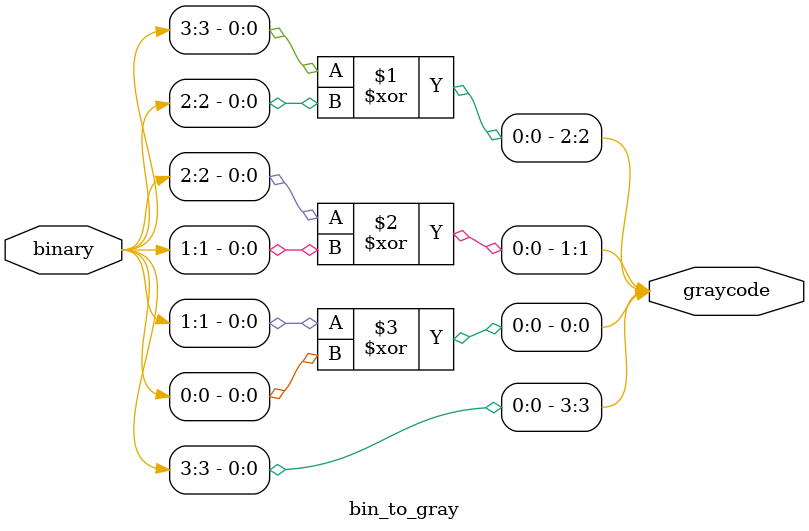
<source format=v>
module bin_to_gray(
    output[3:0] graycode,
    input[3:0] binary
);
    buf b1(graycode[3], binary[3]);
    xor x1(graycode[2], binary[3], binary[2]);
    xor x2(graycode[1], binary[2], binary[1]);
    xor x3(graycode[0], binary[1], binary[0]);
    
endmodule
</source>
